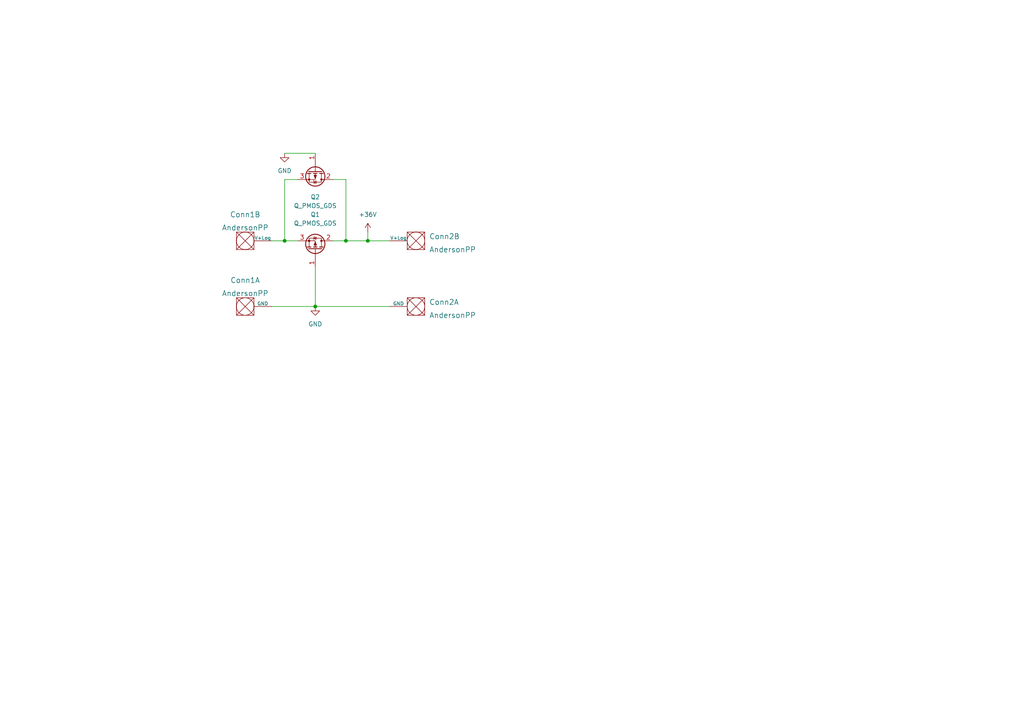
<source format=kicad_sch>
(kicad_sch (version 20211123) (generator eeschema)
  (paper "A4")
  (lib_symbols
    (symbol "Device:Q_PMOS_GDS" (pin_names (offset 0) hide)
      (property "Reference" "Q" (at 5.08 1.27 0))
      (property "Value" "Q_PMOS_GDS" (at 5.08 -1.27 0))
      (symbol "Q_PMOS_GDS_0_1"
        (polyline (pts (xy 0.254 0) (xy -2.54 0)))
        (polyline (pts (xy 0.254 1.905) (xy 0.254 -1.905)) (stroke (width 0.254)))
        (polyline (pts (xy 0.762 -1.27) (xy 0.762 -2.286)) (stroke (width 0.254)))
        (polyline (pts (xy 0.762 0.508) (xy 0.762 -0.508)) (stroke (width 0.254)))
        (polyline (pts (xy 0.762 2.286) (xy 0.762 1.27)) (stroke (width 0.254)))
        (polyline (pts (xy 2.54 2.54) (xy 2.54 1.778)))
        (polyline (pts (xy 2.54 -2.54) (xy 2.54 0) (xy 0.762 0)))
        (polyline (pts (xy 0.762 1.778) (xy 3.302 1.778) (xy 3.302 -1.778) (xy 0.762 -1.778)))
        (polyline (pts (xy 2.286 0) (xy 1.27 0.381) (xy 1.27 -0.381) (xy 2.286 0)) (fill (type outline)))
        (polyline (pts (xy 2.794 -0.508) (xy 2.921 -0.381) (xy 3.683 -0.381) (xy 3.81 -0.254)))
        (polyline (pts (xy 3.302 -0.381) (xy 2.921 0.254) (xy 3.683 0.254) (xy 3.302 -0.381)))
        (circle (center 1.651 0) (radius 2.794) (stroke (width 0.254)))
        (circle (center 2.54 -1.778) (radius 0.254) (fill (type outline)))
        (circle (center 2.54 1.778) (radius 0.254) (fill (type outline)))
      )
      (symbol "Q_PMOS_GDS_1_1"
        (pin input line (at -5.08 0 0) (length 2.54) (name "G") (number "1"))
        (pin passive line (at 2.54 5.08 270) (length 2.54) (name "D") (number "2"))
        (pin passive line (at 2.54 -5.08 90) (length 2.54) (name "S") (number "3"))
      )
    )
    (symbol "MRDT_Connectors:AndersonPP" (pin_numbers hide) (pin_names (offset 0))
      (property "Reference" "Conn" (at 3.81 -1.27 0))
      (property "Value" "AndersonPP" (at 2.54 6.35 0))
      (symbol "AndersonPP_0_1"
        (polyline (pts (xy 0 5.08) (xy 5.08 0)))
        (polyline (pts (xy 5.08 5.08) (xy 0 0)))
        (rectangle (start 0 0) (end 5.08 5.08))
        (circle (center 2.54 2.54) (radius 2.54))
      )
      (symbol "AndersonPP_1_1"
        (pin input line (at 10.16 2.54 180) (length 5.08) (name "GND") (number "1"))
      )
      (symbol "AndersonPP_2_1"
        (pin input line (at 10.16 2.54 180) (length 5.08) (name "V+Log") (number "2"))
      )
      (symbol "AndersonPP_3_1"
        (pin input line (at 10.16 2.54 180) (length 5.08) (name "V+Act") (number "3"))
      )
      (symbol "AndersonPP_4_1"
        (pin input line (at 10.16 2.54 180) (length 5.08) (name "PV+") (number "4"))
      )
      (symbol "AndersonPP_5_1"
        (pin input line (at 10.16 2.54 180) (length 5.08) (name "~") (number "1"))
      )
    )
    (symbol "power:+36V" (power) (pin_names (offset 0))
      (property "Value" "+36V" (at 0 3.556 0))
      (symbol "+36V_0_1"
        (polyline (pts (xy -0.762 1.27) (xy 0 2.54)))
        (polyline (pts (xy 0 0) (xy 0 2.54)))
        (polyline (pts (xy 0 2.54) (xy 0.762 1.27)))
      )
      (symbol "+36V_1_1"
        (pin power_in line (at 0 0 90) (length 0) hide (name "+36V") (number "1"))
      )
    )
    (symbol "power:GND" (power) (pin_names (offset 0))
      (property "Value" "GND" (at 0 -3.81 0))
      (symbol "GND_0_1"
        (polyline (pts (xy 0 0) (xy 0 -1.27) (xy 1.27 -1.27) (xy 0 -2.54) (xy -1.27 -1.27) (xy 0 -1.27)))
      )
      (symbol "GND_1_1"
        (pin power_in line (at 0 0 270) (length 0) hide (name "GND") (number "1"))
      )
    )
  )
  (junction (at 106.68 69.85))
  (junction (at 91.44 88.9))
  (junction (at 82.55 69.85))
  (junction (at 100.33 69.85))
  (wire (pts (xy 86.36 52.07) (xy 82.55 52.07)))
  (wire (pts (xy 100.33 69.85) (xy 100.33 52.07)))
  (wire (pts (xy 82.55 52.07) (xy 82.55 69.85)))
  (wire (pts (xy 78.74 88.9) (xy 91.44 88.9)))
  (wire (pts (xy 82.55 44.45) (xy 91.44 44.45)))
  (wire (pts (xy 106.68 69.85) (xy 113.03 69.85)))
  (wire (pts (xy 82.55 69.85) (xy 86.36 69.85)))
  (wire (pts (xy 78.74 69.85) (xy 82.55 69.85)))
  (wire (pts (xy 100.33 69.85) (xy 106.68 69.85)))
  (wire (pts (xy 96.52 69.85) (xy 100.33 69.85)))
  (wire (pts (xy 91.44 77.47) (xy 91.44 88.9)))
  (wire (pts (xy 91.44 88.9) (xy 113.03 88.9)))
  (wire (pts (xy 100.33 52.07) (xy 96.52 52.07)))
  (wire (pts (xy 106.68 67.31) (xy 106.68 69.85)))
  (symbol (lib_id "power:+36V") (at 106.68 67.31 0) (unit 1)
    (property "Reference" "#PWR?" (effects hide))
    (property "Value" "+36V" (at 106.68 62.23 0))
  )
  (symbol (lib_id "MRDT_Connectors:AndersonPP") (at 123.19 86.36 180) (unit 1)
    (property "Reference" "Conn2" (at 124.46 87.63 0) (effects (font (size 1.524 1.524)) (justify right)))
    (property "Value" "AndersonPP" (at 124.46 91.44 0) (effects (font (size 1.524 1.524)) (justify right)))
    (property "Footprint" "MRDT_Connectors:Square_Anderson_2_V_Side_By_Side" (effects hide))
  )
  (symbol (lib_id "Device:Q_PMOS_GDS") (at 91.44 49.53 270) (unit 1)
    (property "Reference" "Q2" (at 91.44 57.15 90))
    (property "Value" "Q_PMOS_GDS" (at 91.44 59.69 90))
    (property "Footprint" "Package_TO_SOT_SMD:TO-252-3_TabPin2" (effects hide))
  )
  (symbol (lib_id "power:GND") (at 91.44 88.9 0) (unit 1)
    (property "Reference" "#PWR02" (effects hide))
    (property "Value" "GND" (at 91.44 93.98 0))
  )
  (symbol (lib_id "Device:Q_PMOS_GDS") (at 91.44 72.39 270) (mirror x) (unit 1)
    (property "Reference" "Q1" (at 91.44 62.23 90))
    (property "Value" "Q_PMOS_GDS" (at 91.44 64.77 90))
    (property "Footprint" "Package_TO_SOT_SMD:TO-252-3_TabPin2" (effects hide))
  )
  (symbol (lib_id "power:GND") (at 82.55 44.45 0) (unit 1)
    (property "Reference" "#PWR01" (effects hide))
    (property "Value" "GND" (at 82.55 49.53 0))
  )
  (symbol (lib_id "MRDT_Connectors:AndersonPP") (at 68.58 72.39 0) (unit 2)
    (property "Reference" "Conn1" (at 71.12 62.23 0) (effects (font (size 1.524 1.524))))
    (property "Value" "AndersonPP" (at 71.12 66.04 0) (effects (font (size 1.524 1.524))))
    (property "Footprint" "MRDT_Connectors:Square_Anderson_2_V_Side_By_Side" (effects hide))
  )
  (symbol (lib_id "MRDT_Connectors:AndersonPP") (at 68.58 91.44 0) (unit 1)
    (property "Reference" "Conn1" (at 71.12 81.28 0) (effects (font (size 1.524 1.524))))
    (property "Value" "AndersonPP" (at 71.12 85.09 0) (effects (font (size 1.524 1.524))))
    (property "Footprint" "MRDT_Connectors:Square_Anderson_2_V_Side_By_Side" (effects hide))
  )
  (symbol (lib_id "MRDT_Connectors:AndersonPP") (at 123.19 67.31 180) (unit 2)
    (property "Reference" "Conn2" (at 124.46 68.58 0) (effects (font (size 1.524 1.524)) (justify right)))
    (property "Value" "AndersonPP" (at 124.46 72.39 0) (effects (font (size 1.524 1.524)) (justify right)))
    (property "Footprint" "MRDT_Connectors:Square_Anderson_2_V_Side_By_Side" (effects hide))
  )
)
</source>
